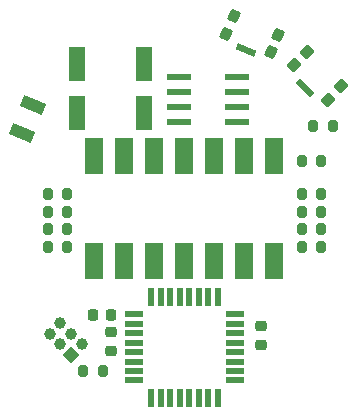
<source format=gbr>
%TF.GenerationSoftware,KiCad,Pcbnew,7.0.10*%
%TF.CreationDate,2024-10-12T21:33:44+02:00*%
%TF.ProjectId,Retro_Bubble_LED_Watch,52657472-6f5f-4427-9562-626c655f4c45,1.1*%
%TF.SameCoordinates,Original*%
%TF.FileFunction,Soldermask,Top*%
%TF.FilePolarity,Negative*%
%FSLAX46Y46*%
G04 Gerber Fmt 4.6, Leading zero omitted, Abs format (unit mm)*
G04 Created by KiCad (PCBNEW 7.0.10) date 2024-10-12 21:33:44*
%MOMM*%
%LPD*%
G01*
G04 APERTURE LIST*
G04 Aperture macros list*
%AMRoundRect*
0 Rectangle with rounded corners*
0 $1 Rounding radius*
0 $2 $3 $4 $5 $6 $7 $8 $9 X,Y pos of 4 corners*
0 Add a 4 corners polygon primitive as box body*
4,1,4,$2,$3,$4,$5,$6,$7,$8,$9,$2,$3,0*
0 Add four circle primitives for the rounded corners*
1,1,$1+$1,$2,$3*
1,1,$1+$1,$4,$5*
1,1,$1+$1,$6,$7*
1,1,$1+$1,$8,$9*
0 Add four rect primitives between the rounded corners*
20,1,$1+$1,$2,$3,$4,$5,0*
20,1,$1+$1,$4,$5,$6,$7,0*
20,1,$1+$1,$6,$7,$8,$9,0*
20,1,$1+$1,$8,$9,$2,$3,0*%
%AMHorizOval*
0 Thick line with rounded ends*
0 $1 width*
0 $2 $3 position (X,Y) of the first rounded end (center of the circle)*
0 $4 $5 position (X,Y) of the second rounded end (center of the circle)*
0 Add line between two ends*
20,1,$1,$2,$3,$4,$5,0*
0 Add two circle primitives to create the rounded ends*
1,1,$1,$2,$3*
1,1,$1,$4,$5*%
%AMRotRect*
0 Rectangle, with rotation*
0 The origin of the aperture is its center*
0 $1 length*
0 $2 width*
0 $3 Rotation angle, in degrees counterclockwise*
0 Add horizontal line*
21,1,$1,$2,0,0,$3*%
G04 Aperture macros list end*
%ADD10R,1.600000X3.100000*%
%ADD11RoundRect,0.200000X0.200000X0.275000X-0.200000X0.275000X-0.200000X-0.275000X0.200000X-0.275000X0*%
%ADD12RoundRect,0.200000X-0.200000X-0.275000X0.200000X-0.275000X0.200000X0.275000X-0.200000X0.275000X0*%
%ADD13R,1.430000X2.850000*%
%ADD14RoundRect,0.225000X0.250000X-0.225000X0.250000X0.225000X-0.250000X0.225000X-0.250000X-0.225000X0*%
%ADD15RoundRect,0.041300X-0.943700X-0.253700X0.943700X-0.253700X0.943700X0.253700X-0.943700X0.253700X0*%
%ADD16RoundRect,0.135000X0.430702X0.216671X-0.151343X0.457761X-0.430702X-0.216671X0.151343X-0.457761X0*%
%ADD17RoundRect,0.082500X0.782744X-0.115863X-0.635411X0.471556X-0.782744X0.115863X0.635411X-0.471556X0*%
%ADD18RoundRect,0.135000X0.480833X0.035355X0.035355X0.480833X-0.480833X-0.035355X-0.035355X-0.480833X0*%
%ADD19RoundRect,0.082500X0.678823X-0.406586X-0.406586X0.678823X-0.678823X0.406586X0.406586X-0.678823X0*%
%ADD20R,1.600000X0.550000*%
%ADD21R,0.550000X1.600000*%
%ADD22RoundRect,0.225000X-0.250000X0.225000X-0.250000X-0.225000X0.250000X-0.225000X0.250000X0.225000X0*%
%ADD23RotRect,1.000000X2.000000X67.500000*%
%ADD24RoundRect,0.225000X0.225000X0.250000X-0.225000X0.250000X-0.225000X-0.250000X0.225000X-0.250000X0*%
%ADD25RotRect,1.000000X1.000000X45.000000*%
%ADD26HorizOval,1.000000X0.000000X0.000000X0.000000X0.000000X0*%
G04 APERTURE END LIST*
D10*
%TO.C,DS1*%
X143130000Y-104195000D03*
X145670000Y-104195000D03*
X148210000Y-104195000D03*
X150750000Y-104195000D03*
X153290000Y-104195000D03*
X155830000Y-104195000D03*
X158370000Y-104195000D03*
X158370000Y-95305000D03*
X155830000Y-95305000D03*
X153290000Y-95305000D03*
X150750000Y-95305000D03*
X148210000Y-95305000D03*
X145670000Y-95305000D03*
X143130000Y-95305000D03*
%TD*%
D11*
%TO.C,R10*%
X163325000Y-92750000D03*
X161675000Y-92750000D03*
%TD*%
D12*
%TO.C,R1*%
X139175000Y-98500000D03*
X140825000Y-98500000D03*
%TD*%
D11*
%TO.C,R4*%
X162325000Y-103000000D03*
X160675000Y-103000000D03*
%TD*%
D13*
%TO.C,XTAL1*%
X147315000Y-87487500D03*
X141685000Y-87487500D03*
X141685000Y-91637500D03*
X147315000Y-91637500D03*
%TD*%
D12*
%TO.C,R6*%
X139175000Y-101500000D03*
X140825000Y-101500000D03*
%TD*%
D11*
%TO.C,R5*%
X162325000Y-98499999D03*
X160675000Y-98499999D03*
%TD*%
%TO.C,R8*%
X162325000Y-101500000D03*
X160675000Y-101500000D03*
%TD*%
D14*
%TO.C,C1*%
X157250000Y-111275000D03*
X157250000Y-109725000D03*
%TD*%
D15*
%TO.C,U2*%
X150275000Y-88595000D03*
X150275000Y-89865000D03*
X150275000Y-91135000D03*
X150275000Y-92405000D03*
X155225000Y-92405000D03*
X155225000Y-91135000D03*
X155225000Y-89865000D03*
X155225000Y-88595000D03*
%TD*%
D11*
%TO.C,R11*%
X143825000Y-113500000D03*
X142175000Y-113500000D03*
%TD*%
%TO.C,R3*%
X162325000Y-100000000D03*
X160675000Y-100000000D03*
%TD*%
D16*
%TO.C,SW2*%
X158087806Y-86523605D03*
X154299900Y-84954603D03*
X158700100Y-85045397D03*
X154912194Y-83476395D03*
D17*
X155954676Y-86316528D03*
%TD*%
D18*
%TO.C,SW1*%
X162883883Y-90515254D03*
X159984746Y-87616117D03*
X164015254Y-89383883D03*
X161116117Y-86484746D03*
D19*
X160992373Y-89507627D03*
%TD*%
D11*
%TO.C,R9*%
X162325000Y-95750000D03*
X160675000Y-95750000D03*
%TD*%
D20*
%TO.C,U1*%
X155000000Y-114300000D03*
X155000000Y-113500000D03*
X155000000Y-112700000D03*
X155000000Y-111900000D03*
X155000000Y-111100000D03*
X155000000Y-110300000D03*
X155000000Y-109500000D03*
X155000000Y-108700000D03*
D21*
X153550000Y-107250000D03*
X152750000Y-107250000D03*
X151950000Y-107250000D03*
X151150000Y-107250000D03*
X150350000Y-107250000D03*
X149550000Y-107250000D03*
X148750000Y-107250000D03*
X147950000Y-107250000D03*
D20*
X146500000Y-108700000D03*
X146500000Y-109500000D03*
X146500000Y-110300000D03*
X146500000Y-111100000D03*
X146500000Y-111900000D03*
X146500000Y-112700000D03*
X146500000Y-113500000D03*
X146500000Y-114300000D03*
D21*
X147950000Y-115750000D03*
X148750000Y-115750000D03*
X149550000Y-115750000D03*
X150350000Y-115750000D03*
X151150000Y-115750000D03*
X151950000Y-115750000D03*
X152750000Y-115750000D03*
X153550000Y-115750000D03*
%TD*%
D12*
%TO.C,R2*%
X139175000Y-100000000D03*
X140825000Y-100000000D03*
%TD*%
D22*
%TO.C,C3*%
X144500000Y-110225000D03*
X144500000Y-111775000D03*
%TD*%
D23*
%TO.C,J2*%
X137943685Y-91016037D03*
X136971669Y-93362691D03*
%TD*%
D12*
%TO.C,R7*%
X139175000Y-103000000D03*
X140825000Y-103000000D03*
%TD*%
D24*
%TO.C,C2*%
X144525000Y-108750000D03*
X142975000Y-108750000D03*
%TD*%
D25*
%TO.C,J1*%
X141148026Y-112148026D03*
D26*
X142046052Y-111250000D03*
X140250000Y-111250000D03*
X141148026Y-110351975D03*
X139351975Y-110351975D03*
X140250000Y-109453949D03*
%TD*%
M02*

</source>
